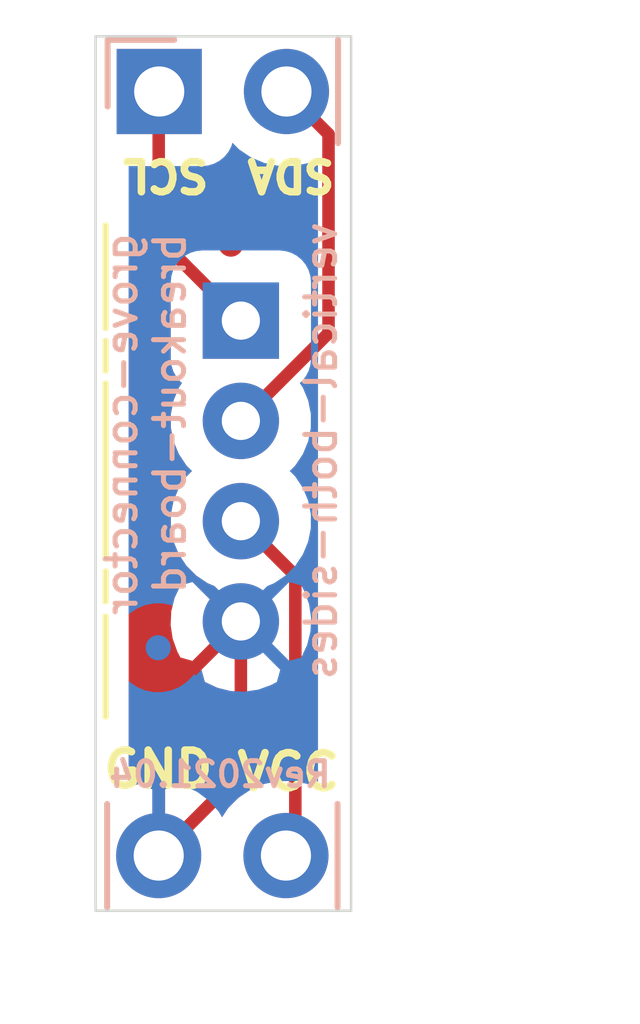
<source format=kicad_pcb>
(kicad_pcb (version 20221018) (generator pcbnew)
  (layers (0 "F.Cu" signal) (31 "B.Cu" signal) (34 "B.Paste" user) (35 "F.Paste" user) (36 "B.SilkS" user "B.Silkscreen") (37 "F.SilkS" user "F.Silkscreen") (38 "B.Mask" user) (39 "F.Mask" user) (44 "Edge.Cuts" user))
  (net 0 "")
  (net 1 "GND")
  (net 2 "Net-(J1-Pad3)")
  (net 3 "Net-(J1-Pad2)")
  (net 4 "Net-(J1-Pad1)")
  (footprint "my-kicad-footprints:NS-Tech_Grove_1x04_P2mm_Vertical_silk_inside" (layer "F.Cu") (at 149.2 84.4)
    (fp_text reference "J1" hide)
    (fp_text value "Grove-I2C-connector" hide)
    (fp_line (start -2.7 -1.9) (end -2.7 0.15) (stroke (width 0.12)) (layer "F.SilkS"))
    (fp_line (start -2.7 0.4) (end -2.7 1) (stroke (width 0.12)) (layer "F.SilkS"))
    (fp_line (start -2.7 1.25) (end -2.7 4.75) (stroke (width 0.12)) (layer "F.SilkS"))
    (fp_line (start -2.7 5) (end -2.7 5.6) (stroke (width 0.12)) (layer "F.SilkS"))
    (fp_line (start -2.7 5.9) (end -2.7 7.9) (stroke (width 0.12)) (layer "F.SilkS"))
    (pad "1" thru_hole rect (at 0 0) (size 1.524 1.524) (drill 0.762) (layers "*.Cu" "*.Mask") (net 4 "Net-(J1-Pad1)"))
    (pad "2" thru_hole circle (at 0 2) (size 1.524 1.524) (drill 0.762) (layers "*.Cu" "*.Mask") (net 3 "Net-(J1-Pad2)"))
    (pad "3" thru_hole circle (at 0 4) (size 1.524 1.524) (drill 0.762) (layers "*.Cu" "*.Mask") (net 2 "Net-(J1-Pad3)"))
    (pad "4" thru_hole circle (at 0 6) (size 1.524 1.524) (drill 0.762) (layers "*.Cu" "*.Mask") (net 1 "GND"))
  )
  (footprint "Fiducial:Fiducial_0.5mm_Mask1mm" (layer "F.Cu") (at 149 82.875)
    (fp_text reference "Fid1" hide)
    (fp_text value "Fiducial_0.5mm_Mask1mm" hide)
    (pad "" smd circle (at 0 0) (size 0.5 0.5) (layers "F.Cu" "F.Mask") (clearance 0.25))
  )
  (footprint "my-kicad-footprints:PinHeader_1x02_P2.54mm_Vertical_silk_inside" (layer "B.Cu") (at 147.57 79.83 -90)
    (fp_text reference "J2" hide)
    (fp_text value "Conn_01x02" hide)
    (fp_line (start -1.03 -3.57) (end 1.03 -3.57) (stroke (width 0.12)) (layer "B.SilkS"))
    (fp_line (start -1.03 -0.3) (end -1.03 1.03) (stroke (width 0.12)) (layer "B.SilkS"))
    (fp_line (start -1.03 1.03) (end 0.3 1.03) (stroke (width 0.12)) (layer "B.SilkS"))
    (pad "1" thru_hole rect (at 0 0 270) (size 1.7 1.7) (drill 1) (layers "*.Cu" "*.Mask") (net 4 "Net-(J1-Pad1)"))
    (pad "2" thru_hole oval (at 0 -2.54 270) (size 1.7 1.7) (drill 1) (layers "*.Cu" "*.Mask") (net 3 "Net-(J1-Pad2)"))
  )
  (footprint "my-kicad-footprints:PinHeader_1x02_P2.54mm_Vertical_all_circle_silk_inside" (layer "B.Cu") (at 150.1 95.07 90)
    (fp_text reference "J3" hide)
    (fp_text value "Conn_01x02" hide)
    (fp_line (start -1.03 -3.57) (end 1.03 -3.57) (stroke (width 0.12)) (layer "B.SilkS"))
    (fp_line (start -1.03 1.03) (end 1.03 1.03) (stroke (width 0.12)) (layer "B.SilkS"))
    (pad "1" thru_hole circle (at 0 0 90) (size 1.7 1.7) (drill 1) (layers "*.Cu" "*.Mask") (net 2 "Net-(J1-Pad3)"))
    (pad "2" thru_hole oval (at 0 -2.54 90) (size 1.7 1.7) (drill 1) (layers "*.Cu" "*.Mask") (net 1 "GND"))
  )
  (footprint "Fiducial:Fiducial_0.5mm_Mask1mm" (layer "B.Cu") (at 147.55 90.925)
    (fp_text reference "Fid2" hide)
    (fp_text value "Fiducial_0.5mm_Mask1mm" hide)
    (pad "" smd circle (at 0 0) (size 0.5 0.5) (layers "B.Cu" "B.Mask") (clearance 0.25))
  )
  (gr_line (start 151.4 78.73) (end 146.3 78.73) (stroke (width 0.05)) (layer "Edge.Cuts"))
  (gr_line (start 151.4 96.17) (end 151.4 78.73) (stroke (width 0.05)) (layer "Edge.Cuts"))
  (gr_line (start 146.3 96.17) (end 151.4 96.17) (stroke (width 0.05)) (layer "Edge.Cuts"))
  (gr_line (start 146.3 78.73) (end 146.3 96.17) (stroke (width 0.05)) (layer "Edge.Cuts"))
  (gr_text "vertical-both-sides" (at 150.8 82.375 90) (layer "B.SilkS") (effects (font (size 0.6 0.6) (thickness 0.1)) (justify left mirror)))
  (gr_text "grove-connector\nbreakout-board" (at 147.3 82.6 90) (layer "B.SilkS") (effects (font (size 0.6 0.6) (thickness 0.1)) (justify left mirror)))
  (gr_text "Rev2021.04" (at 151.05 93.45) (layer "B.SilkS") (effects (font (size 0.5 0.5) (thickness 0.1)) (justify left mirror)))
  (gr_text "GND" (at 147.55 93.35) (layer "F.SilkS") (effects (font (size 0.7 0.7))))
  (gr_text "SDA" (at 150.2 81.5 180) (layer "F.SilkS") (effects (font (size 0.6 0.6))))
  (gr_text "SCL" (at 147.7 81.5 180) (layer "F.SilkS") (effects (font (size 0.6 0.6))))
  (gr_text "VCC" (at 150.15 93.4) (layer "F.SilkS") (effects (font (size 0.7 0.7))))
  (segment (start 149.2 93.43) (end 147.56 95.07) (width 0.25) (layer "F.Cu") (net 1))
  (segment (start 149.2 90.4) (end 149.2 93.43) (width 0.25) (layer "F.Cu") (net 1))
  (segment (start 149.2 88.4) (end 150.287001 89.487001) (width 0.25) (layer "F.Cu") (net 2))
  (segment (start 150.287001 89.487001) (end 150.287001 94.882999) (width 0.25) (layer "F.Cu") (net 2))
  (segment (start 150.287001 94.882999) (end 150.1 95.07) (width 0.25) (layer "F.Cu") (net 2))
  (segment (start 150.949999 80.679999) (end 150.1 79.83) (width 0.25) (layer "F.Cu") (net 3))
  (segment (start 150.949999 84.650001) (end 150.949999 80.679999) (width 0.25) (layer "F.Cu") (net 3))
  (segment (start 149.2 86.4) (end 150.949999 84.650001) (width 0.25) (layer "F.Cu") (net 3))
  (segment (start 147.56 82.76) (end 149.2 84.4) (width 0.25) (layer "F.Cu") (net 4))
  (segment (start 147.56 79.84) (end 147.57 79.83) (width 0.25) (layer "F.Cu") (net 4))
  (segment (start 147.56 82.76) (end 147.56 79.84) (width 0.25) (layer "F.Cu") (net 4))
  (zone (net 1) (net_name "GND") (layer "F.Cu") (connect_pads (clearance 0.508)) (min_thickness 0.254) (fill yes (thermal_gap 0.508) (thermal_bridge_width 0.508))
    (polygon (pts (xy 151.4 96.15) (xy 146.3 96.15) (xy 146.35 78.73) (xy 151.45 78.73)))
  )
  (zone (net 1) (net_name "GND") (layer "B.Cu") (connect_pads (clearance 0.508)) (min_thickness 0.254) (fill yes (thermal_gap 0.508) (thermal_bridge_width 0.508))
    (polygon (pts (xy 151.4 96.15) (xy 146.3 96.15) (xy 146.3 78.73) (xy 151.4 78.73)))
  )
)
</source>
